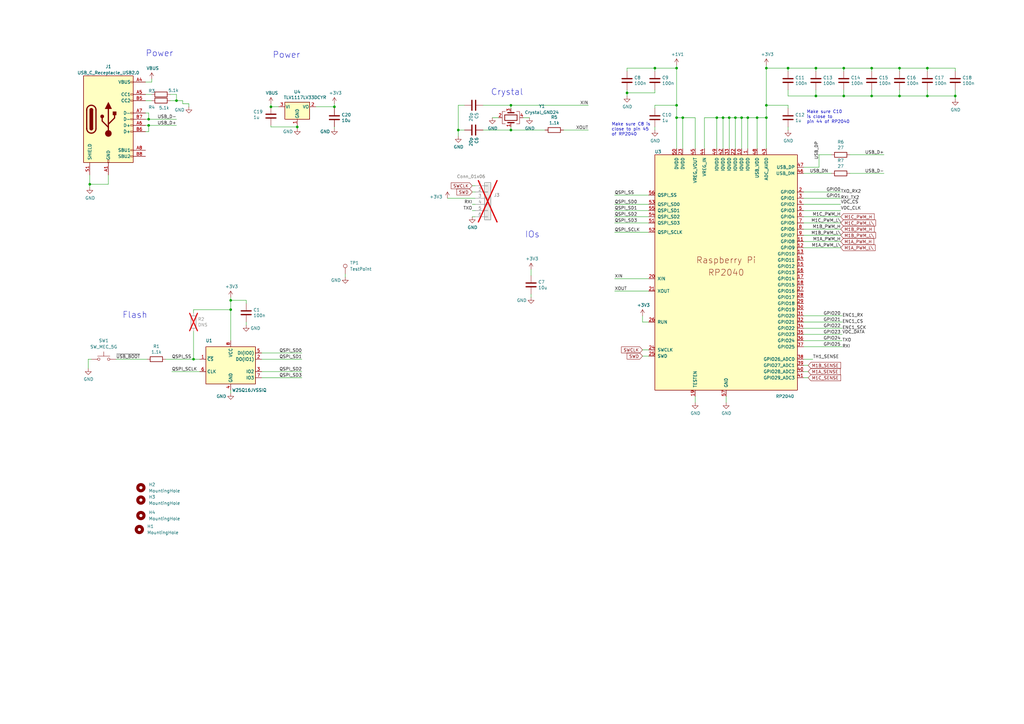
<source format=kicad_sch>
(kicad_sch (version 20230121) (generator eeschema)
  (paper "A3")
  (title_block (title "RP2040 Motor Controller") (date "2022-6-1") (rev "REV1") (company "Twisted Fields LLC") (comment 1 "(license roughly means, share, modify, etc, but do not sue us)") (comment 2 "LICENSE: CERN-OHL-P"))
  (lib_symbols
    (symbol "Connector:TestPoint" (pin_numbers hide) (pin_names (offset 0.762) hide)
      (property "Reference" "TP" (at 0 6.858 0))
      (property "Value" "TestPoint" (at 0 5.08 0))
      (symbol "TestPoint_0_1"
        (circle (center 0 3.302) (radius 0.762))
      )
      (symbol "TestPoint_1_1"
        (pin passive line (at 0 0 90) (length 2.54) (name "1") (number "1"))
      )
    )
    (symbol "Connector:USB_C_Receptacle_USB2.0" (pin_names (offset 1.016))
      (property "Reference" "J" (at -10.16 19.05 0))
      (property "Value" "USB_C_Receptacle_USB2.0" (at 19.05 19.05 0))
      (symbol "USB_C_Receptacle_USB2.0_0_0"
        (rectangle (start -0.254 -17.78) (end 0.254 -16.764))
        (rectangle (start 10.16 -14.986) (end 9.144 -15.494))
        (rectangle (start 10.16 -12.446) (end 9.144 -12.954))
        (rectangle (start 10.16 -4.826) (end 9.144 -5.334))
        (rectangle (start 10.16 -2.286) (end 9.144 -2.794))
        (rectangle (start 10.16 0.254) (end 9.144 -0.254))
        (rectangle (start 10.16 2.794) (end 9.144 2.286))
        (rectangle (start 10.16 7.874) (end 9.144 7.366))
        (rectangle (start 10.16 10.414) (end 9.144 9.906))
        (rectangle (start 10.16 15.494) (end 9.144 14.986))
      )
      (symbol "USB_C_Receptacle_USB2.0_0_1"
        (rectangle (start -10.16 17.78) (end 10.16 -17.78) (stroke (width 0.254)) (fill (type background)))
        (arc (start -8.89 -3.81) (mid -6.985 -5.7067) (end -5.08 -3.81) (stroke (width 0.508)))
        (arc (start -7.62 -3.81) (mid -6.985 -4.4423) (end -6.35 -3.81) (stroke (width 0.254)))
        (arc (start -7.62 -3.81) (mid -6.985 -4.4423) (end -6.35 -3.81) (stroke (width 0.254)) (fill (type outline)))
        (rectangle (start -7.62 -3.81) (end -6.35 3.81) (stroke (width 0.254)) (fill (type outline)))
        (arc (start -6.35 3.81) (mid -6.985 4.4423) (end -7.62 3.81) (stroke (width 0.254)))
        (arc (start -6.35 3.81) (mid -6.985 4.4423) (end -7.62 3.81) (stroke (width 0.254)) (fill (type outline)))
        (arc (start -5.08 3.81) (mid -6.985 5.7067) (end -8.89 3.81) (stroke (width 0.508)))
        (circle (center -2.54 1.143) (radius 0.635) (stroke (width 0.254)) (fill (type outline)))
        (circle (center 0 -5.842) (radius 1.27) (fill (type outline)))
        (polyline (pts (xy -8.89 -3.81) (xy -8.89 3.81)) (stroke (width 0.508)))
        (polyline (pts (xy -5.08 3.81) (xy -5.08 -3.81)) (stroke (width 0.508)))
        (polyline (pts (xy 0 -5.842) (xy 0 4.318)) (stroke (width 0.508)))
        (polyline (pts (xy 0 -3.302) (xy -2.54 -0.762) (xy -2.54 0.508)) (stroke (width 0.508)))
        (polyline (pts (xy 0 -2.032) (xy 2.54 0.508) (xy 2.54 1.778)) (stroke (width 0.508)))
        (polyline (pts (xy -1.27 4.318) (xy 0 6.858) (xy 1.27 4.318) (xy -1.27 4.318)) (stroke (width 0.254)) (fill (type outline)))
        (rectangle (start 1.905 1.778) (end 3.175 3.048) (stroke (width 0.254)) (fill (type outline)))
      )
      (symbol "USB_C_Receptacle_USB2.0_1_1"
        (pin passive line (at 0 -22.86 90) (length 5.08) (name "GND") (number "A1"))
        (pin passive line (at 0 -22.86 90) (length 5.08) hide (name "GND") (number "A12"))
        (pin passive line (at 15.24 15.24 180) (length 5.08) (name "VBUS") (number "A4"))
        (pin bidirectional line (at 15.24 10.16 180) (length 5.08) (name "CC1") (number "A5"))
        (pin bidirectional line (at 15.24 -2.54 180) (length 5.08) (name "D+") (number "A6"))
        (pin bidirectional line (at 15.24 2.54 180) (length 5.08) (name "D-") (number "A7"))
        (pin bidirectional line (at 15.24 -12.7 180) (length 5.08) (name "SBU1") (number "A8"))
        (pin passive line (at 15.24 15.24 180) (length 5.08) hide (name "VBUS") (number "A9"))
        (pin passive line (at 0 -22.86 90) (length 5.08) hide (name "GND") (number "B1"))
        (pin passive line (at 0 -22.86 90) (length 5.08) hide (name "GND") (number "B12"))
        (pin passive line (at 15.24 15.24 180) (length 5.08) hide (name "VBUS") (number "B4"))
        (pin bidirectional line (at 15.24 7.62 180) (length 5.08) (name "CC2") (number "B5"))
        (pin bidirectional line (at 15.24 -5.08 180) (length 5.08) (name "D+") (number "B6"))
        (pin bidirectional line (at 15.24 0 180) (length 5.08) (name "D-") (number "B7"))
        (pin bidirectional line (at 15.24 -15.24 180) (length 5.08) (name "SBU2") (number "B8"))
        (pin passive line (at 15.24 15.24 180) (length 5.08) hide (name "VBUS") (number "B9"))
        (pin passive line (at -7.62 -22.86 90) (length 5.08) (name "SHIELD") (number "S1"))
      )
    )
    (symbol "Connector_Generic:Conn_01x06" (pin_names (offset 1.016) hide)
      (property "Reference" "J" (at 0 7.62 0))
      (property "Value" "Conn_01x06" (at 0 -10.16 0))
      (symbol "Conn_01x06_1_1"
        (rectangle (start -1.27 -7.493) (end 0 -7.747) (stroke (width 0.1524)))
        (rectangle (start -1.27 -4.953) (end 0 -5.207) (stroke (width 0.1524)))
        (rectangle (start -1.27 -2.413) (end 0 -2.667) (stroke (width 0.1524)))
        (rectangle (start -1.27 0.127) (end 0 -0.127) (stroke (width 0.1524)))
        (rectangle (start -1.27 2.667) (end 0 2.413) (stroke (width 0.1524)))
        (rectangle (start -1.27 5.207) (end 0 4.953) (stroke (width 0.1524)))
        (rectangle (start -1.27 6.35) (end 1.27 -8.89) (stroke (width 0.254)) (fill (type background)))
        (pin passive line (at -5.08 5.08 0) (length 3.81) (name "Pin_1") (number "1"))
        (pin passive line (at -5.08 2.54 0) (length 3.81) (name "Pin_2") (number "2"))
        (pin passive line (at -5.08 0 0) (length 3.81) (name "Pin_3") (number "3"))
        (pin passive line (at -5.08 -2.54 0) (length 3.81) (name "Pin_4") (number "4"))
        (pin passive line (at -5.08 -5.08 0) (length 3.81) (name "Pin_5") (number "5"))
        (pin passive line (at -5.08 -7.62 0) (length 3.81) (name "Pin_6") (number "6"))
      )
    )
    (symbol "Connector_Generic:Conn_02x06_Odd_Even" (pin_names (offset 1.016) hide)
      (property "Reference" "J" (at 1.27 7.62 0))
      (property "Value" "Conn_02x06_Odd_Even" (at 1.27 -10.16 0))
      (symbol "Conn_02x06_Odd_Even_1_1"
        (rectangle (start -1.27 -7.493) (end 0 -7.747) (stroke (width 0.1524)))
        (rectangle (start -1.27 -4.953) (end 0 -5.207) (stroke (width 0.1524)))
        (rectangle (start -1.27 -2.413) (end 0 -2.667) (stroke (width 0.1524)))
        (rectangle (start -1.27 0.127) (end 0 -0.127) (stroke (width 0.1524)))
        (rectangle (start -1.27 2.667) (end 0 2.413) (stroke (width 0.1524)))
        (rectangle (start -1.27 5.207) (end 0 4.953) (stroke (width 0.1524)))
        (rectangle (start -1.27 6.35) (end 3.81 -8.89) (stroke (width 0.254)) (fill (type background)))
        (rectangle (start 3.81 -7.493) (end 2.54 -7.747) (stroke (width 0.1524)))
        (rectangle (start 3.81 -4.953) (end 2.54 -5.207) (stroke (width 0.1524)))
        (rectangle (start 3.81 -2.413) (end 2.54 -2.667) (stroke (width 0.1524)))
        (rectangle (start 3.81 0.127) (end 2.54 -0.127) (stroke (width 0.1524)))
        (rectangle (start 3.81 2.667) (end 2.54 2.413) (stroke (width 0.1524)))
        (rectangle (start 3.81 5.207) (end 2.54 4.953) (stroke (width 0.1524)))
        (pin passive line (at -5.08 5.08 0) (length 3.81) (name "Pin_1") (number "1"))
        (pin passive line (at 7.62 -5.08 180) (length 3.81) (name "Pin_10") (number "10"))
        (pin passive line (at -5.08 -7.62 0) (length 3.81) (name "Pin_11") (number "11"))
        (pin passive line (at 7.62 -7.62 180) (length 3.81) (name "Pin_12") (number "12"))
        (pin passive line (at 7.62 5.08 180) (length 3.81) (name "Pin_2") (number "2"))
        (pin passive line (at -5.08 2.54 0) (length 3.81) (name "Pin_3") (number "3"))
        (pin passive line (at 7.62 2.54 180) (length 3.81) (name "Pin_4") (number "4"))
        (pin passive line (at -5.08 0 0) (length 3.81) (name "Pin_5") (number "5"))
        (pin passive line (at 7.62 0 180) (length 3.81) (name "Pin_6") (number "6"))
        (pin passive line (at -5.08 -2.54 0) (length 3.81) (name "Pin_7") (number "7"))
        (pin passive line (at 7.62 -2.54 180) (length 3.81) (name "Pin_8") (number "8"))
        (pin passive line (at -5.08 -5.08 0) (length 3.81) (name "Pin_9") (number "9"))
      )
    )
    (symbol "Device:C" (pin_numbers hide) (pin_names (offset 0.254))
      (property "Reference" "C" (at 0.635 2.54 0))
      (property "Value" "C" (at 0.635 -2.54 0))
      (symbol "C_0_1"
        (polyline (pts (xy -2.032 -0.762) (xy 2.032 -0.762)) (stroke (width 0.508)))
        (polyline (pts (xy -2.032 0.762) (xy 2.032 0.762)) (stroke (width 0.508)))
      )
      (symbol "C_1_1"
        (pin passive line (at 0 3.81 270) (length 2.794) (name "~") (number "1"))
        (pin passive line (at 0 -3.81 90) (length 2.794) (name "~") (number "2"))
      )
    )
    (symbol "Device:Crystal_GND24" (pin_names (offset 1.016) hide)
      (property "Reference" "Y" (at 3.175 5.08 0))
      (property "Value" "Crystal_GND24" (at 3.175 3.175 0))
      (symbol "Crystal_GND24_0_1"
        (rectangle (start -1.143 2.54) (end 1.143 -2.54) (stroke (width 0.3048)))
        (polyline (pts (xy -2.54 0) (xy -2.032 0)))
        (polyline (pts (xy -2.032 -1.27) (xy -2.032 1.27)) (stroke (width 0.508)))
        (polyline (pts (xy 0 -3.81) (xy 0 -3.556)))
        (polyline (pts (xy 0 3.556) (xy 0 3.81)))
        (polyline (pts (xy 2.032 -1.27) (xy 2.032 1.27)) (stroke (width 0.508)))
        (polyline (pts (xy 2.032 0) (xy 2.54 0)))
        (polyline (pts (xy -2.54 -2.286) (xy -2.54 -3.556) (xy 2.54 -3.556) (xy 2.54 -2.286)))
        (polyline (pts (xy -2.54 2.286) (xy -2.54 3.556) (xy 2.54 3.556) (xy 2.54 2.286)))
      )
      (symbol "Crystal_GND24_1_1"
        (pin passive line (at -3.81 0 0) (length 1.27) (name "1") (number "1"))
        (pin passive line (at 0 5.08 270) (length 1.27) (name "2") (number "2"))
        (pin passive line (at 3.81 0 180) (length 1.27) (name "3") (number "3"))
        (pin passive line (at 0 -5.08 90) (length 1.27) (name "4") (number "4"))
      )
    )
    (symbol "Device:R" (pin_numbers hide) (pin_names (offset 0))
      (property "Reference" "R" (at 2.032 0 90))
      (property "Value" "R" (at 0 0 90))
      (symbol "R_0_1"
        (rectangle (start -1.016 -2.54) (end 1.016 2.54) (stroke (width 0.254)))
      )
      (symbol "R_1_1"
        (pin passive line (at 0 3.81 270) (length 1.27) (name "~") (number "1"))
        (pin passive line (at 0 -3.81 90) (length 1.27) (name "~") (number "2"))
      )
    )
    (symbol "MCU_RaspberryPi_RP2040:RP2040" (pin_names (offset 1.016))
      (property "Reference" "U" (at -29.21 49.53 0))
      (property "Value" "RP2040" (at 24.13 -49.53 0))
      (symbol "RP2040_0_0"
        (text "Raspberry Pi" (at 0 5.08 0) (effects (font (size 2.54 2.54))))
        (text "RP2040" (at 0 0 0) (effects (font (size 2.54 2.54))))
      )
      (symbol "RP2040_0_1"
        (rectangle (start 29.21 48.26) (end -29.21 -48.26) (stroke (width 0.254)) (fill (type background)))
      )
      (symbol "RP2040_1_1"
        (pin power_in line (at 8.89 50.8 270) (length 2.54) (name "IOVDD") (number "1"))
        (pin power_in line (at 6.35 50.8 270) (length 2.54) (name "IOVDD") (number "10"))
        (pin bidirectional line (at 31.75 12.7 180) (length 2.54) (name "GPIO8") (number "11"))
        (pin bidirectional line (at 31.75 10.16 180) (length 2.54) (name "GPIO9") (number "12"))
        (pin bidirectional line (at 31.75 7.62 180) (length 2.54) (name "GPIO10") (number "13"))
        (pin bidirectional line (at 31.75 5.08 180) (length 2.54) (name "GPIO11") (number "14"))
        (pin bidirectional line (at 31.75 2.54 180) (length 2.54) (name "GPIO12") (number "15"))
        (pin bidirectional line (at 31.75 0 180) (length 2.54) (name "GPIO13") (number "16"))
        (pin bidirectional line (at 31.75 -2.54 180) (length 2.54) (name "GPIO14") (number "17"))
        (pin bidirectional line (at 31.75 -5.08 180) (length 2.54) (name "GPIO15") (number "18"))
        (pin passive line (at -12.7 -50.8 90) (length 2.54) (name "TESTEN") (number "19"))
        (pin bidirectional line (at 31.75 33.02 180) (length 2.54) (name "GPIO0") (number "2"))
        (pin input line (at -31.75 -2.54 0) (length 2.54) (name "XIN") (number "20"))
        (pin passive line (at -31.75 -7.62 0) (length 2.54) (name "XOUT") (number "21"))
        (pin power_in line (at 3.81 50.8 270) (length 2.54) (name "IOVDD") (number "22"))
        (pin power_in line (at -17.78 50.8 270) (length 2.54) (name "DVDD") (number "23"))
        (pin output line (at -31.75 -31.75 0) (length 2.54) (name "SWCLK") (number "24"))
        (pin bidirectional line (at -31.75 -34.29 0) (length 2.54) (name "SWD") (number "25"))
        (pin input line (at -31.75 -20.32 0) (length 2.54) (name "RUN") (number "26"))
        (pin bidirectional line (at 31.75 -7.62 180) (length 2.54) (name "GPIO16") (number "27"))
        (pin bidirectional line (at 31.75 -10.16 180) (length 2.54) (name "GPIO17") (number "28"))
        (pin bidirectional line (at 31.75 -12.7 180) (length 2.54) (name "GPIO18") (number "29"))
        (pin bidirectional line (at 31.75 30.48 180) (length 2.54) (name "GPIO1") (number "3"))
        (pin bidirectional line (at 31.75 -15.24 180) (length 2.54) (name "GPIO19") (number "30"))
        (pin bidirectional line (at 31.75 -17.78 180) (length 2.54) (name "GPIO20") (number "31"))
        (pin bidirectional line (at 31.75 -20.32 180) (length 2.54) (name "GPIO21") (number "32"))
        (pin power_in line (at 1.27 50.8 270) (length 2.54) (name "IOVDD") (number "33"))
        (pin bidirectional line (at 31.75 -22.86 180) (length 2.54) (name "GPIO22") (number "34"))
        (pin bidirectional line (at 31.75 -25.4 180) (length 2.54) (name "GPIO23") (number "35"))
        (pin bidirectional line (at 31.75 -27.94 180) (length 2.54) (name "GPIO24") (number "36"))
        (pin bidirectional line (at 31.75 -30.48 180) (length 2.54) (name "GPIO25") (number "37"))
        (pin bidirectional line (at 31.75 -35.56 180) (length 2.54) (name "GPIO26_ADC0") (number "38"))
        (pin bidirectional line (at 31.75 -38.1 180) (length 2.54) (name "GPIO27_ADC1") (number "39"))
        (pin bidirectional line (at 31.75 27.94 180) (length 2.54) (name "GPIO2") (number "4"))
        (pin bidirectional line (at 31.75 -40.64 180) (length 2.54) (name "GPIO28_ADC2") (number "40"))
        (pin bidirectional line (at 31.75 -43.18 180) (length 2.54) (name "GPIO29_ADC3") (number "41"))
        (pin power_in line (at -1.27 50.8 270) (length 2.54) (name "IOVDD") (number "42"))
        (pin power_in line (at 16.51 50.8 270) (length 2.54) (name "ADC_AVDD") (number "43"))
        (pin power_in line (at -8.89 50.8 270) (length 2.54) (name "VREG_IN") (number "44"))
        (pin power_out line (at -12.7 50.8 270) (length 2.54) (name "VREG_VOUT") (number "45"))
        (pin bidirectional line (at 31.75 40.64 180) (length 2.54) (name "USB_DM") (number "46"))
        (pin bidirectional line (at 31.75 43.18 180) (length 2.54) (name "USB_DP") (number "47"))
        (pin power_in line (at 12.7 50.8 270) (length 2.54) (name "USB_VDD") (number "48"))
        (pin power_in line (at -3.81 50.8 270) (length 2.54) (name "IOVDD") (number "49"))
        (pin bidirectional line (at 31.75 25.4 180) (length 2.54) (name "GPIO3") (number "5"))
        (pin power_in line (at -20.32 50.8 270) (length 2.54) (name "DVDD") (number "50"))
        (pin bidirectional line (at -31.75 20.32 0) (length 2.54) (name "QSPI_SD3") (number "51"))
        (pin output line (at -31.75 16.51 0) (length 2.54) (name "QSPI_SCLK") (number "52"))
        (pin bidirectional line (at -31.75 27.94 0) (length 2.54) (name "QSPI_SD0") (number "53"))
        (pin bidirectional line (at -31.75 22.86 0) (length 2.54) (name "QSPI_SD2") (number "54"))
        (pin bidirectional line (at -31.75 25.4 0) (length 2.54) (name "QSPI_SD1") (number "55"))
        (pin bidirectional line (at -31.75 31.75 0) (length 2.54) (name "QSPI_SS") (number "56"))
        (pin power_in line (at 0 -50.8 90) (length 2.54) (name "GND") (number "57"))
        (pin bidirectional line (at 31.75 22.86 180) (length 2.54) (name "GPIO4") (number "6"))
        (pin bidirectional line (at 31.75 20.32 180) (length 2.54) (name "GPIO5") (number "7"))
        (pin bidirectional line (at 31.75 17.78 180) (length 2.54) (name "GPIO6") (number "8"))
        (pin bidirectional line (at 31.75 15.24 180) (length 2.54) (name "GPIO7") (number "9"))
      )
    )
    (symbol "Mechanical:MountingHole" (pin_names (offset 1.016))
      (property "Reference" "H" (at 0 5.08 0))
      (property "Value" "MountingHole" (at 0 3.175 0))
      (symbol "MountingHole_0_1"
        (circle (center 0 0) (radius 1.27) (stroke (width 1.27)))
      )
    )
    (symbol "Memory_Flash:W25Q128JVS"
      (property "Reference" "U" (at -8.89 8.89 0))
      (property "Value" "W25Q128JVS" (at 7.62 8.89 0))
      (symbol "W25Q128JVS_0_1"
        (rectangle (start -10.16 7.62) (end 10.16 -7.62) (stroke (width 0.254)) (fill (type background)))
      )
      (symbol "W25Q128JVS_1_1"
        (pin input line (at -12.7 2.54 0) (length 2.54) (name "~{CS}") (number "1"))
        (pin bidirectional line (at 12.7 2.54 180) (length 2.54) (name "DO(IO1)") (number "2"))
        (pin bidirectional line (at 12.7 -2.54 180) (length 2.54) (name "IO2") (number "3"))
        (pin power_in line (at 0 -10.16 90) (length 2.54) (name "GND") (number "4"))
        (pin bidirectional line (at 12.7 5.08 180) (length 2.54) (name "DI(IO0)") (number "5"))
        (pin input line (at -12.7 -2.54 0) (length 2.54) (name "CLK") (number "6"))
        (pin bidirectional line (at 12.7 -5.08 180) (length 2.54) (name "IO3") (number "7"))
        (pin power_in line (at 0 10.16 270) (length 2.54) (name "VCC") (number "8"))
      )
    )
    (symbol "MotorBuck:VMOT" (power) (pin_names (offset 0))
      (property "Value" "VMOT" (at 0 3.556 0))
      (symbol "VMOT_0_1"
        (polyline (pts (xy -0.762 1.27) (xy 0 2.54)))
        (polyline (pts (xy 0 0) (xy 0 2.54)))
        (polyline (pts (xy 0 2.54) (xy 0.762 1.27)))
      )
      (symbol "VMOT_1_1"
        (pin power_in line (at 0 0 90) (length 0) hide (name "VMOT") (number "1"))
      )
    )
    (symbol "Regulator_Linear:NCP1117-3.3_SOT223" (pin_names (offset 0.254))
      (property "Reference" "U" (at -3.81 3.175 0))
      (property "Value" "NCP1117-3.3_SOT223" (at 0 3.175 0))
      (symbol "NCP1117-3.3_SOT223_0_1"
        (rectangle (start -5.08 -5.08) (end 5.08 1.905) (stroke (width 0.254)) (fill (type background)))
      )
      (symbol "NCP1117-3.3_SOT223_1_1"
        (pin power_in line (at 0 -7.62 90) (length 2.54) (name "GND") (number "1"))
        (pin power_out line (at 7.62 0 180) (length 2.54) (name "VO") (number "2"))
        (pin power_in line (at -7.62 0 0) (length 2.54) (name "VI") (number "3"))
      )
    )
    (symbol "Switch:SW_Push" (pin_numbers hide) (pin_names (offset 1.016) hide)
      (property "Reference" "SW" (at 1.27 2.54 0))
      (property "Value" "SW_Push" (at 0 -1.524 0))
      (symbol "SW_Push_0_1"
        (circle (center -2.032 0) (radius 0.508))
        (polyline (pts (xy 0 1.27) (xy 0 3.048)))
        (polyline (pts (xy 2.54 1.27) (xy -2.54 1.27)))
        (circle (center 2.032 0) (radius 0.508))
        (pin passive line (at -5.08 0 0) (length 2.54) (name "1") (number "1"))
        (pin passive line (at 5.08 0 180) (length 2.54) (name "2") (number "2"))
      )
    )
    (symbol "power:+12V" (power) (pin_names (offset 0))
      (property "Value" "+12V" (at 0 3.556 0))
      (symbol "+12V_0_1"
        (polyline (pts (xy -0.762 1.27) (xy 0 2.54)))
        (polyline (pts (xy 0 0) (xy 0 2.54)))
        (polyline (pts (xy 0 2.54) (xy 0.762 1.27)))
      )
      (symbol "+12V_1_1"
        (pin power_in line (at 0 0 90) (length 0) hide (name "+12V") (number "1"))
      )
    )
    (symbol "power:+1V1" (power) (pin_names (offset 0))
      (property "Value" "+1V1" (at 0 3.556 0))
      (symbol "+1V1_0_1"
        (polyline (pts (xy -0.762 1.27) (xy 0 2.54)))
        (polyline (pts (xy 0 0) (xy 0 2.54)))
        (polyline (pts (xy 0 2.54) (xy 0.762 1.27)))
      )
      (symbol "+1V1_1_1"
        (pin power_in line (at 0 0 90) (length 0) hide (name "+1V1") (number "1"))
      )
    )
    (symbol "power:+3V3" (power) (pin_names (offset 0))
      (property "Value" "+3V3" (at 0 3.556 0))
      (symbol "+3V3_0_1"
        (polyline (pts (xy -0.762 1.27) (xy 0 2.54)))
        (polyline (pts (xy 0 0) (xy 0 2.54)))
        (polyline (pts (xy 0 2.54) (xy 0.762 1.27)))
      )
      (symbol "+3V3_1_1"
        (pin power_in line (at 0 0 90) (length 0) hide (name "+3V3") (number "1"))
      )
    )
    (symbol "power:GND" (power) (pin_names (offset 0))
      (property "Value" "GND" (at 0 -3.81 0))
      (symbol "GND_0_1"
        (polyline (pts (xy 0 0) (xy 0 -1.27) (xy 1.27 -1.27) (xy 0 -2.54) (xy -1.27 -1.27) (xy 0 -1.27)))
      )
      (symbol "GND_1_1"
        (pin power_in line (at 0 0 270) (length 0) hide (name "GND") (number "1"))
      )
    )
    (symbol "power:VBUS" (power) (pin_names (offset 0))
      (property "Value" "VBUS" (at 0 3.81 0))
      (symbol "VBUS_0_1"
        (polyline (pts (xy -0.762 1.27) (xy 0 2.54)))
        (polyline (pts (xy 0 0) (xy 0 2.54)))
        (polyline (pts (xy 0 2.54) (xy 0.762 1.27)))
      )
      (symbol "VBUS_1_1"
        (pin power_in line (at 0 0 90) (length 0) hide (name "VBUS") (number "1"))
      )
    )
  )
  (junction (at 257.175 38.1))
  (junction (at 334.645 27.94))
  (junction (at 368.935 39.37))
  (junction (at 346.075 27.94))
  (junction (at 346.075 39.37))
  (junction (at 36.83 75.565))
  (junction (at 478.79 74.93))
  (junction (at 94.615 123.19))
  (junction (at 294.005 48.26))
  (junction (at 60.96 51.435))
  (junction (at 306.705 48.26))
  (junction (at 518.16 74.93))
  (junction (at 334.645 39.37))
  (junction (at 277.495 43.18))
  (junction (at 301.625 48.26))
  (junction (at 357.505 27.94))
  (junction (at 391.795 39.37))
  (junction (at 209.55 43.18))
  (junction (at 304.165 48.26))
  (junction (at 121.92 52.07))
  (junction (at 314.325 27.94))
  (junction (at 209.55 53.34))
  (junction (at 314.325 43.18))
  (junction (at 268.605 27.94))
  (junction (at 296.545 48.26))
  (junction (at 380.365 39.37))
  (junction (at 111.125 43.815))
  (junction (at 137.16 43.815))
  (junction (at 277.495 48.26))
  (junction (at 310.515 48.26))
  (junction (at 277.495 27.94))
  (junction (at 299.085 48.26))
  (junction (at 314.325 48.26))
  (junction (at 79.375 147.32))
  (junction (at 357.505 39.37))
  (junction (at 187.96 53.34))
  (junction (at 368.935 27.94))
  (junction (at 60.96 48.895))
  (junction (at 380.365 27.94))
  (junction (at 280.035 48.26))
  (junction (at 94.615 127))
  (junction (at 323.215 27.94))
  (junction (at 72.39 41.275))
  (wire (pts (xy 36.195 147.32) (xy 36.195 151.13)))
  (wire (pts (xy 277.495 27.94) (xy 277.495 43.18)))
  (wire (pts (xy 252.095 86.36) (xy 266.065 86.36)))
  (wire (pts (xy 121.92 51.435) (xy 121.92 52.07)))
  (wire (pts (xy 334.645 27.94) (xy 346.075 27.94)))
  (wire (pts (xy 268.605 44.45) (xy 268.605 43.18)))
  (wire (pts (xy 348.615 63.5) (xy 362.585 63.5)))
  (wire (pts (xy 60.96 48.895) (xy 72.39 48.895)))
  (wire (pts (xy 285.115 48.26) (xy 280.035 48.26)))
  (wire (pts (xy 331.47 152.4) (xy 329.565 152.4)))
  (wire (pts (xy 62.23 32.385) (xy 62.23 33.655)))
  (wire (pts (xy 368.935 39.37) (xy 357.505 39.37)))
  (wire (pts (xy 310.515 60.96) (xy 310.515 48.26)))
  (wire (pts (xy 329.565 91.44) (xy 344.805 91.44)))
  (wire (pts (xy 329.565 93.98) (xy 344.805 93.98)))
  (wire (pts (xy 323.215 52.07) (xy 323.215 53.34)))
  (wire (pts (xy 79.375 147.32) (xy 81.915 147.32)))
  (wire (pts (xy 36.195 147.32) (xy 37.465 147.32)))
  (wire (pts (xy 346.075 39.37) (xy 334.645 39.37)))
  (wire (pts (xy 209.55 44.45) (xy 209.55 43.18)))
  (wire (pts (xy 252.095 88.9) (xy 266.065 88.9)))
  (wire (pts (xy 44.45 71.755) (xy 44.45 75.565)))
  (wire (pts (xy 329.565 99.06) (xy 344.805 99.06)))
  (wire (pts (xy 329.565 129.54) (xy 345.44 129.54)))
  (wire (pts (xy 518.16 71.755) (xy 518.16 74.93)))
  (wire (pts (xy 137.16 52.07) (xy 137.16 52.705)))
  (wire (pts (xy 36.83 75.565) (xy 44.45 75.565)))
  (wire (pts (xy 368.935 27.94) (xy 380.365 27.94)))
  (wire (pts (xy 464.82 85.09) (xy 466.09 85.09)))
  (wire (pts (xy 67.945 147.32) (xy 79.375 147.32)))
  (wire (pts (xy 59.69 46.355) (xy 60.96 46.355)))
  (wire (pts (xy 329.565 71.12) (xy 340.995 71.12)))
  (wire (pts (xy 391.795 36.83) (xy 391.795 39.37)))
  (wire (pts (xy 107.315 147.32) (xy 123.825 147.32)))
  (wire (pts (xy 329.565 142.24) (xy 345.44 142.24)))
  (wire (pts (xy 357.505 29.21) (xy 357.505 27.94)))
  (wire (pts (xy 280.035 48.26) (xy 277.495 48.26)))
  (wire (pts (xy 314.325 43.18) (xy 323.215 43.18)))
  (wire (pts (xy 304.165 48.26) (xy 306.705 48.26)))
  (wire (pts (xy 299.085 60.96) (xy 299.085 48.26)))
  (wire (pts (xy 214.63 48.26) (xy 217.17 48.26)))
  (wire (pts (xy 79.375 128.27) (xy 79.375 127)))
  (wire (pts (xy 331.47 149.86) (xy 329.565 149.86)))
  (wire (pts (xy 306.705 48.26) (xy 306.705 60.96)))
  (wire (pts (xy 36.83 75.565) (xy 36.83 76.835)))
  (wire (pts (xy 60.325 147.32) (xy 47.625 147.32)))
  (wire (pts (xy 513.715 79.375) (xy 513.715 80.01)))
  (wire (pts (xy 201.93 48.26) (xy 204.47 48.26)))
  (wire (pts (xy 263.525 129.54) (xy 263.525 132.08)))
  (wire (pts (xy 346.075 36.83) (xy 346.075 39.37)))
  (wire (pts (xy 252.095 91.44) (xy 266.065 91.44)))
  (wire (pts (xy 391.795 39.37) (xy 391.795 40.64)))
  (wire (pts (xy 368.935 36.83) (xy 368.935 39.37)))
  (wire (pts (xy 334.645 39.37) (xy 323.215 39.37)))
  (wire (pts (xy 209.55 53.34) (xy 223.52 53.34)))
  (wire (pts (xy 515.62 71.755) (xy 518.16 71.755)))
  (wire (pts (xy 301.625 48.26) (xy 304.165 48.26)))
  (wire (pts (xy 266.065 95.25) (xy 252.095 95.25)))
  (wire (pts (xy 310.515 48.26) (xy 314.325 48.26)))
  (wire (pts (xy 296.545 60.96) (xy 296.545 48.26)))
  (wire (pts (xy 515.62 71.755) (xy 515.62 72.39)))
  (wire (pts (xy 466.09 74.93) (xy 462.915 74.93)))
  (wire (pts (xy 323.215 36.83) (xy 323.215 39.37)))
  (wire (pts (xy 72.39 38.735) (xy 72.39 41.275)))
  (wire (pts (xy 266.065 80.01) (xy 252.095 80.01)))
  (wire (pts (xy 329.565 81.28) (xy 344.805 81.28)))
  (wire (pts (xy 59.69 38.735) (xy 62.23 38.735)))
  (wire (pts (xy 193.675 78.74) (xy 194.945 78.74)))
  (wire (pts (xy 268.605 29.21) (xy 268.605 27.94)))
  (wire (pts (xy 79.375 127) (xy 94.615 127)))
  (wire (pts (xy 79.375 135.89) (xy 79.375 147.32)))
  (wire (pts (xy 141.605 112.395) (xy 141.605 113.665)))
  (wire (pts (xy 193.675 83.82) (xy 194.945 83.82)))
  (wire (pts (xy 314.325 27.94) (xy 323.215 27.94)))
  (wire (pts (xy 60.96 51.435) (xy 72.39 51.435)))
  (wire (pts (xy 323.215 27.94) (xy 334.645 27.94)))
  (wire (pts (xy 107.315 144.78) (xy 123.825 144.78)))
  (wire (pts (xy 74.93 42.545) (xy 77.47 42.545)))
  (wire (pts (xy 74.93 41.275) (xy 74.93 42.545)))
  (wire (pts (xy 323.215 29.21) (xy 323.215 27.94)))
  (wire (pts (xy 280.035 60.96) (xy 280.035 48.26)))
  (wire (pts (xy 334.645 36.83) (xy 334.645 39.37)))
  (wire (pts (xy 231.14 53.34) (xy 241.3 53.34)))
  (wire (pts (xy 323.215 44.45) (xy 323.215 43.18)))
  (wire (pts (xy 391.795 29.21) (xy 391.795 27.94)))
  (wire (pts (xy 137.16 43.815) (xy 137.16 42.545)))
  (wire (pts (xy 380.365 29.21) (xy 380.365 27.94)))
  (wire (pts (xy 329.565 68.58) (xy 335.915 68.58)))
  (wire (pts (xy 504.19 84.455) (xy 504.19 85.09)))
  (wire (pts (xy 59.69 53.975) (xy 60.96 53.975)))
  (wire (pts (xy 129.54 43.815) (xy 137.16 43.815)))
  (wire (pts (xy 333.375 147.32) (xy 329.565 147.32)))
  (wire (pts (xy 335.915 63.5) (xy 340.995 63.5)))
  (wire (pts (xy 513.715 80.01) (xy 518.16 80.01)))
  (wire (pts (xy 464.82 80.01) (xy 466.09 80.01)))
  (wire (pts (xy 70.485 152.4) (xy 81.915 152.4)))
  (wire (pts (xy 480.06 80.01) (xy 478.79 80.01)))
  (wire (pts (xy 252.095 114.3) (xy 266.065 114.3)))
  (wire (pts (xy 111.125 52.07) (xy 121.92 52.07)))
  (wire (pts (xy 137.16 44.45) (xy 137.16 43.815)))
  (wire (pts (xy 257.175 29.21) (xy 257.175 27.94)))
  (wire (pts (xy 478.79 73.025) (xy 478.79 74.93)))
  (wire (pts (xy 314.325 27.94) (xy 314.325 43.18)))
  (wire (pts (xy 59.69 48.895) (xy 60.96 48.895)))
  (wire (pts (xy 111.125 43.815) (xy 111.125 42.545)))
  (wire (pts (xy 329.565 134.62) (xy 345.44 134.62)))
  (wire (pts (xy 217.805 110.49) (xy 217.805 113.03)))
  (wire (pts (xy 198.12 43.18) (xy 209.55 43.18)))
  (wire (pts (xy 464.82 77.47) (xy 466.09 77.47)))
  (wire (pts (xy 277.495 26.67) (xy 277.495 27.94)))
  (wire (pts (xy 59.69 33.655) (xy 62.23 33.655)))
  (wire (pts (xy 518.16 74.93) (xy 518.16 77.47)))
  (wire (pts (xy 252.095 83.82) (xy 266.065 83.82)))
  (wire (pts (xy 94.615 123.19) (xy 94.615 127)))
  (wire (pts (xy 533.4 87.63) (xy 530.86 87.63)))
  (wire (pts (xy 329.565 139.7) (xy 345.44 139.7)))
  (wire (pts (xy 266.065 132.08) (xy 263.525 132.08)))
  (wire (pts (xy 480.06 87.63) (xy 478.79 87.63)))
  (wire (pts (xy 277.495 48.26) (xy 277.495 60.96)))
  (wire (pts (xy 100.965 123.19) (xy 94.615 123.19)))
  (wire (pts (xy 285.115 162.56) (xy 285.115 165.1)))
  (wire (pts (xy 504.19 85.09) (xy 518.16 85.09)))
  (wire (pts (xy 107.315 152.4) (xy 123.825 152.4)))
  (wire (pts (xy 329.565 137.16) (xy 345.44 137.16)))
  (wire (pts (xy 464.82 87.63) (xy 466.09 87.63)))
  (wire (pts (xy 294.005 48.26) (xy 296.545 48.26)))
  (wire (pts (xy 277.495 43.18) (xy 277.495 48.26)))
  (wire (pts (xy 346.075 29.21) (xy 346.075 27.94)))
  (wire (pts (xy 380.365 27.94) (xy 391.795 27.94)))
  (wire (pts (xy 111.125 51.435) (xy 111.125 52.07)))
  (wire (pts (xy 294.005 60.96) (xy 294.005 48.26)))
  (wire (pts (xy 532.13 77.47) (xy 530.86 77.47)))
  (wire (pts (xy 217.805 120.65) (xy 217.805 121.92)))
  (wire (pts (xy 357.505 36.83) (xy 357.505 39.37)))
  (wire (pts (xy 59.69 51.435) (xy 60.96 51.435)))
  (wire (pts (xy 209.55 43.18) (xy 241.3 43.18)))
  (wire (pts (xy 480.06 82.55) (xy 478.79 82.55)))
  (wire (pts (xy 114.3 43.815) (xy 111.125 43.815)))
  (wire (pts (xy 299.085 48.26) (xy 301.625 48.26)))
  (wire (pts (xy 121.92 52.07) (xy 121.92 52.705)))
  (wire (pts (xy 348.615 71.12) (xy 362.585 71.12)))
  (wire (pts (xy 357.505 39.37) (xy 346.075 39.37)))
  (wire (pts (xy 314.325 48.26) (xy 314.325 60.96)))
  (wire (pts (xy 306.705 48.26) (xy 310.515 48.26)))
  (wire (pts (xy 296.545 48.26) (xy 299.085 48.26)))
  (wire (pts (xy 532.13 74.93) (xy 530.86 74.93)))
  (wire (pts (xy 480.06 85.09) (xy 478.79 85.09)))
  (wire (pts (xy 380.365 39.37) (xy 391.795 39.37)))
  (wire (pts (xy 329.565 83.82) (xy 344.805 83.82)))
  (wire (pts (xy 288.925 60.96) (xy 288.925 48.26)))
  (wire (pts (xy 100.965 132.08) (xy 100.965 133.35)))
  (wire (pts (xy 335.915 63.5) (xy 335.915 68.58)))
  (wire (pts (xy 329.565 132.08) (xy 345.44 132.08)))
  (wire (pts (xy 60.96 53.975) (xy 60.96 51.435)))
  (wire (pts (xy 357.505 27.94) (xy 368.935 27.94)))
  (wire (pts (xy 190.5 53.34) (xy 187.96 53.34)))
  (wire (pts (xy 329.565 96.52) (xy 344.805 96.52)))
  (wire (pts (xy 59.69 41.275) (xy 62.23 41.275)))
  (wire (pts (xy 266.065 119.38) (xy 252.095 119.38)))
  (wire (pts (xy 69.85 41.275) (xy 72.39 41.275)))
  (wire (pts (xy 193.675 86.36) (xy 194.945 86.36)))
  (wire (pts (xy 107.315 154.94) (xy 123.825 154.94)))
  (wire (pts (xy 268.605 52.07) (xy 268.605 53.34)))
  (wire (pts (xy 187.96 53.34) (xy 187.96 55.88)))
  (wire (pts (xy 69.85 38.735) (xy 72.39 38.735)))
  (wire (pts (xy 314.325 26.67) (xy 314.325 27.94)))
  (wire (pts (xy 257.175 27.94) (xy 268.605 27.94)))
  (wire (pts (xy 257.175 38.1) (xy 268.605 38.1)))
  (wire (pts (xy 285.115 60.96) (xy 285.115 48.26)))
  (wire (pts (xy 464.82 82.55) (xy 466.09 82.55)))
  (wire (pts (xy 77.47 42.545) (xy 77.47 43.815)))
  (wire (pts (xy 301.625 60.96) (xy 301.625 48.26)))
  (wire (pts (xy 304.165 60.96) (xy 304.165 48.26)))
  (wire (pts (xy 334.645 29.21) (xy 334.645 27.94)))
  (wire (pts (xy 94.615 160.02) (xy 94.615 161.29)))
  (wire (pts (xy 329.565 88.9) (xy 344.805 88.9)))
  (wire (pts (xy 72.39 41.275) (xy 74.93 41.275)))
  (wire (pts (xy 183.515 81.28) (xy 194.945 81.28)))
  (wire (pts (xy 187.96 43.18) (xy 187.96 53.34)))
  (wire (pts (xy 190.5 43.18) (xy 187.96 43.18)))
  (wire (pts (xy 346.075 27.94) (xy 357.505 27.94)))
  (wire (pts (xy 268.605 38.1) (xy 268.605 36.83)))
  (wire (pts (xy 380.365 39.37) (xy 368.935 39.37)))
  (wire (pts (xy 193.675 76.2) (xy 194.945 76.2)))
  (wire (pts (xy 329.565 78.74) (xy 344.805 78.74)))
  (wire (pts (xy 314.325 43.18) (xy 314.325 48.26)))
  (wire (pts (xy 478.79 74.93) (xy 478.79 77.47)))
  (wire (pts (xy 36.83 71.755) (xy 36.83 75.565)))
  (wire (pts (xy 257.175 36.83) (xy 257.175 38.1)))
  (wire (pts (xy 368.935 29.21) (xy 368.935 27.94)))
  (wire (pts (xy 193.675 88.9) (xy 194.945 88.9)))
  (wire (pts (xy 263.525 143.51) (xy 266.065 143.51)))
  (wire (pts (xy 263.525 146.05) (xy 266.065 146.05)))
  (wire (pts (xy 533.4 85.09) (xy 530.86 85.09)))
  (wire (pts (xy 268.605 43.18) (xy 277.495 43.18)))
  (wire (pts (xy 380.365 36.83) (xy 380.365 39.37)))
  (wire (pts (xy 481.33 73.025) (xy 481.33 73.66)))
  (wire (pts (xy 60.96 46.355) (xy 60.96 48.895)))
  (wire (pts (xy 198.12 53.34) (xy 209.55 53.34)))
  (wire (pts (xy 329.565 86.36) (xy 344.805 86.36)))
  (wire (pts (xy 288.925 48.26) (xy 294.005 48.26)))
  (wire (pts (xy 481.33 73.025) (xy 478.79 73.025)))
  (wire (pts (xy 94.615 121.92) (xy 94.615 123.19)))
  (wire (pts (xy 331.47 154.94) (xy 329.565 154.94)))
  (wire (pts (xy 297.815 162.56) (xy 297.815 165.1)))
  (wire (pts (xy 532.13 82.55) (xy 530.86 82.55)))
  (wire (pts (xy 94.615 127) (xy 94.615 139.7)))
  (wire (pts (xy 532.13 80.01) (xy 530.86 80.01)))
  (wire (pts (xy 100.965 124.46) (xy 100.965 123.19)))
  (wire (pts (xy 329.565 101.6) (xy 344.805 101.6)))
  (wire (pts (xy 257.175 38.1) (xy 257.175 39.37)))
  (wire (pts (xy 268.605 27.94) (xy 277.495 27.94)))
  (wire (pts (xy 209.55 52.07) (xy 209.55 53.34)))
  (text "Make sure C8 is\nclose to pin 45\nof RP2040" (at 250.825 55.88 0) (effects (font (size 1.27 1.27)) (justify left bottom)))
  (text "Power" (at 59.69 23.495 0) (effects (font (size 2.54 2.54)) (justify left bottom)))
  (text "Crystal" (at 201.295 39.37 0) (effects (font (size 2.54 2.54)) (justify left bottom)))
  (text "IOs" (at 215.265 97.79 0) (effects (font (size 2.54 2.54)) (justify left bottom)))
  (text "Make sure C10\nis close to\npin 44 of RP2040" (at 330.835 50.8 0) (effects (font (size 1.27 1.27)) (justify left bottom)))
  (text "Power" (at 111.76 24.13 0) (effects (font (size 2.54 2.54)) (justify left bottom)))
  (text "Flash" (at 50.165 130.81 0) (effects (font (size 2.54 2.54)) (justify left bottom)))
  (label "GPIO0" (at 344.805 78.74 180))
  (label "USB_D+" (at 72.39 51.435 180))
  (label "GPIO1" (at 344.805 81.28 180))
  (label "RXI" (at 345.44 142.24 0))
  (label "QSPI_SCLK" (at 252.095 95.25 0))
  (label "M1B_P" (at 464.82 82.55 180))
  (label "M1A_PWM_H" (at 344.805 99.06 180))
  (label "ENC1_RX" (at 345.44 129.54 0))
  (label "USB_D+" (at 362.585 63.5 180))
  (label "GPIO22" (at 344.805 134.62 180))
  (label "XIN" (at 241.3 43.18 180))
  (label "QSPI_SD1" (at 252.095 86.36 0))
  (label "TH1_SENSE" (at 518.16 82.55 180))
  (label "TH_MOTOR1" (at 532.13 74.93 0))
  (label "USB_DP" (at 335.915 65.405 90))
  (label "QSPI_SS" (at 252.095 80.01 0))
  (label "QSPI_SD1" (at 123.825 147.32 180))
  (label "TXO_RX2" (at 344.805 78.74 0))
  (label "M1B_PWM_L\\" (at 344.805 96.52 180))
  (label "M1C_P" (at 533.4 87.63 0))
  (label "VDC_DATA" (at 345.44 137.16 0))
  (label "USB_D-" (at 362.585 71.12 180))
  (label "XOUT" (at 252.095 119.38 0))
  (label "VDC_CS" (at 344.805 83.82 0))
  (label "TXO" (at 193.675 86.36 180))
  (label "M1B_PWM_H" (at 344.805 93.98 180))
  (label "QSPI_SD3" (at 252.095 91.44 0))
  (label "ENC1_CS" (at 345.44 132.08 0))
  (label "GPIO20" (at 344.805 129.54 180))
  (label "TXO" (at 345.44 139.7 0))
  (label "QSPI_SD2" (at 123.825 152.4 180))
  (label "XIN" (at 252.095 114.3 0))
  (label "RXI_TX2" (at 344.805 81.28 0))
  (label "GPIO25" (at 344.805 142.24 180))
  (label "TH1_SENSE" (at 333.375 147.32 0))
  (label "M1C_PWM_H" (at 344.805 88.9 180))
  (label "XOUT" (at 241.3 53.34 180))
  (label "GPIO23" (at 344.805 137.16 180))
  (label "ENC1_SCK" (at 345.44 134.62 0))
  (label "M1C_PWM_L\\" (at 344.805 91.44 180))
  (label "GPIO24" (at 344.805 139.7 180))
  (label "QSPI_SCLK" (at 70.485 152.4 0))
  (label "QSPI_SD2" (at 252.095 88.9 0))
  (label "QSPI_SS" (at 70.485 147.32 0))
  (label "QSPI_SD0" (at 123.825 144.78 180))
  (label "ENC1_RX" (at 532.13 77.47 0))
  (label "ENC1_SCK" (at 464.82 77.47 180))
  (label "QSPI_SD0" (at 252.095 83.82 0))
  (label "USB_D-" (at 72.39 48.895 180))
  (label "~{USB_BOOT}" (at 47.625 147.32 0))
  (label "M1A_PWM_L\\" (at 344.805 101.6 180))
  (label "RXI" (at 193.675 83.82 180))
  (label "USB_DN" (at 332.105 71.12 0))
  (label "M1A_P" (at 480.06 80.01 0))
  (label "ENC1_CS" (at 464.82 80.01 180))
  (label "VDC_CLK" (at 344.805 86.36 0))
  (label "QSPI_SD3" (at 123.825 154.94 180))
  (label "GPIO21" (at 344.805 132.08 180))
  (global_label "M1A_PWM_L\\" (shape input) (at 344.805 101.6 0) (property "Intersheetrefs" "${INTERSHEET_REFS}" (effects hide)))
  (global_label "M1A_PWM_H" (shape input) (at 344.805 99.06 0) (property "Intersheetrefs" "${INTERSHEET_REFS}" (effects hide)))
  (global_label "M1C_PWM_H" (shape input) (at 533.4 85.09 0) (property "Intersheetrefs" "${INTERSHEET_REFS}" (effects hide)))
  (global_label "M1A_SENSE" (shape input) (at 331.47 152.4 0) (property "Intersheetrefs" "${INTERSHEET_REFS}" (effects hide)))
  (global_label "SWCLK" (shape input) (at 263.525 143.51 180) (property "Intersheetrefs" "${INTERSHEET_REFS}" (effects hide)))
  (global_label "M1A_SENSE" (shape input) (at 464.82 87.63 180) (property "Intersheetrefs" "${INTERSHEET_REFS}" (effects hide)))
  (global_label "SWCLK" (shape input) (at 193.675 76.2 180) (property "Intersheetrefs" "${INTERSHEET_REFS}" (effects hide)))
  (global_label "M1C_PWM_H" (shape input) (at 344.805 88.9 0) (property "Intersheetrefs" "${INTERSHEET_REFS}" (effects hide)))
  (global_label "M1B_SENSE" (shape input) (at 331.47 149.86 0) (property "Intersheetrefs" "${INTERSHEET_REFS}" (effects hide)))
  (global_label "M1A_PWM_L\\" (shape input) (at 480.06 85.09 0) (property "Intersheetrefs" "${INTERSHEET_REFS}" (effects hide)))
  (global_label "M1B_PWM_H" (shape input) (at 344.805 93.98 0) (property "Intersheetrefs" "${INTERSHEET_REFS}" (effects hide)))
  (global_label "SWD" (shape input) (at 193.675 78.74 180) (property "Intersheetrefs" "${INTERSHEET_REFS}" (effects hide)))
  (global_label "M1B_PWM_H" (shape input) (at 480.06 87.63 0) (property "Intersheetrefs" "${INTERSHEET_REFS}" (effects hide)))
  (global_label "M1C_SENSE" (shape input) (at 518.16 87.63 180) (property "Intersheetrefs" "${INTERSHEET_REFS}" (effects hide)))
  (global_label "M1A_PWM_H" (shape input) (at 480.06 82.55 0) (property "Intersheetrefs" "${INTERSHEET_REFS}" (effects hide)))
  (global_label "M1C_PWM_L\\" (shape input) (at 344.805 91.44 0) (property "Intersheetrefs" "${INTERSHEET_REFS}" (effects hide)))
  (global_label "SWD" (shape input) (at 263.525 146.05 180) (property "Intersheetrefs" "${INTERSHEET_REFS}" (effects hide)))
  (global_label "M1C_PWM_L\\" (shape input) (at 532.13 82.55 0) (property "Intersheetrefs" "${INTERSHEET_REFS}" (effects hide)))
  (global_label "M1B_PWM_L\\" (shape input) (at 464.82 85.09 180) (property "Intersheetrefs" "${INTERSHEET_REFS}" (effects hide)))
  (global_label "M1B_PWM_L\\" (shape input) (at 344.805 96.52 0) (property "Intersheetrefs" "${INTERSHEET_REFS}" (effects hide)))
  (global_label "M1B_SENSE" (shape input) (at 532.13 80.01 0) (property "Intersheetrefs" "${INTERSHEET_REFS}" (effects hide)))
  (global_label "M1C_SENSE" (shape input) (at 331.47 154.94 0) (property "Intersheetrefs" "${INTERSHEET_REFS}" (effects hide)))
  (symbol (lib_id "Device:C") (at 391.795 33.02 0) (unit 1)
    (property "Reference" "C18" (at 394.716 31.8516 0) (effects (justify left)))
    (property "Value" "100n" (at 394.716 34.163 0) (effects (justify left)))
    (property "Footprint" "Capacitor_SMD:C_0603_1608Metric" (effects hide))
    (property "LCSC" "C14663" (effects hide))
  )
  (symbol (lib_id "power:GND") (at 100.965 133.35 0) (unit 1)
    (property "Reference" "#PWR07" (effects hide))
    (property "Value" "GND" (at 104.775 134.62 0))
  )
  (symbol (lib_id "Connector:USB_C_Receptacle_USB2.0") (at 44.45 48.895 0) (unit 1)
    (property "Reference" "J1" (at 44.45 27.305 0))
    (property "Value" "USB_C_Receptacle_USB2.0" (at 44.45 29.845 0))
    (property "Footprint" "Connector_USB:USB_C_Receptacle_XKB_U262-16XN-4BVC11" (effects hide))
    (property "Datasheet" "https://www.usb.org/sites/default/files/documents/usb_type-c.zip" (effects hide))
    (property "LCSC" "C2835315" (effects hide))
  )
  (symbol (lib_id "Regulator_Linear:NCP1117-3.3_SOT223") (at 121.92 43.815 0) (unit 1)
    (property "Reference" "U4" (at 121.92 37.6682 0))
    (property "Value" "TLV1117LV33DCYR" (at 125.095 39.9796 0))
    (property "Footprint" "Package_TO_SOT_SMD:SOT-223-3_TabPin2" (effects hide))
    (property "LCSC" "C15578" (effects hide))
  )
  (symbol (lib_id "power:+3V3") (at 183.515 81.28 0) (unit 1)
    (property "Reference" "#PWR034" (effects hide))
    (property "Value" "+3V3" (at 178.816 80.6958 0))
  )
  (symbol (lib_id "Device:C") (at 380.365 33.02 0) (unit 1)
    (property "Reference" "C17" (at 383.286 31.8516 0) (effects (justify left)))
    (property "Value" "100n" (at 383.286 34.163 0) (effects (justify left)))
    (property "Footprint" "Capacitor_SMD:C_0603_1608Metric" (effects hide))
    (property "LCSC" "C14663" (effects hide))
  )
  (symbol (lib_id "Device:R") (at 64.135 147.32 270) (unit 1)
    (property "Reference" "R1" (at 64.135 142.0622 90))
    (property "Value" "1.1k" (at 64.135 144.3736 90))
    (property "Footprint" "Resistor_SMD:R_0603_1608Metric" (effects hide))
    (property "LCSC" "C22764" (effects hide))
  )
  (symbol (lib_id "Mechanical:MountingHole") (at 57.785 200.025 0) (unit 1) (in_bom no)
    (property "Reference" "H2" (at 60.96 198.7549 0) (effects (justify left)))
    (property "Value" "MountingHole" (at 60.96 201.2949 0) (effects (justify left)))
    (property "Footprint" "RP2040_minimal:MountingHole_3.9mm_Plastite_#6" (effects hide))
  )
  (symbol (lib_id "power:GND") (at 217.17 48.26 0) (unit 1)
    (property "Reference" "#PWR023" (effects hide))
    (property "Value" "GND" (at 217.297 52.6542 0))
  )
  (symbol (lib_id "Device:R") (at 79.375 132.08 0) (unit 1) (in_bom no) (dnp yes)
    (property "Reference" "R2" (at 81.153 130.9116 0) (effects (justify left)))
    (property "Value" "DNS" (at 81.153 133.223 0) (effects (justify left)))
    (property "Footprint" "Resistor_SMD:R_0402_1005Metric" (effects hide))
  )
  (symbol (lib_id "Memory_Flash:W25Q128JVS") (at 94.615 149.86 0) (unit 1)
    (property "Reference" "U1" (at 85.725 139.7 0))
    (property "Value" "W25Q16JVSSIQ" (at 102.235 160.02 0))
    (property "Footprint" "Package_SO:SOIC-8_5.23x5.23mm_P1.27mm" (effects hide))
    (property "Datasheet" "http://www.winbond.com/resource-files/w25q128jv_dtr%20revc%2003272018%20plus.pdf" (effects hide))
    (property "LCSC" "C82317" (effects hide))
  )
  (symbol (lib_id "Device:R") (at 344.805 63.5 270) (unit 1)
    (property "Reference" "R6" (at 344.805 58.2422 90))
    (property "Value" "27" (at 344.805 60.5536 90))
    (property "Footprint" "Resistor_SMD:R_0603_1608Metric" (effects hide))
    (property "LCSC" "C25190" (effects hide))
  )
  (symbol (lib_id "Device:C") (at 323.215 48.26 0) (unit 1)
    (property "Reference" "C12" (at 326.136 47.0916 0) (effects (justify left)))
    (property "Value" "1u" (at 326.136 49.403 0) (effects (justify left)))
    (property "Footprint" "Capacitor_SMD:C_0603_1608Metric" (effects hide))
    (property "LCSC" "C15849" (effects hide))
  )
  (symbol (lib_id "Device:C") (at 111.125 47.625 0) (unit 1)
    (property "Reference" "C19" (at 103.886 45.8216 0) (effects (justify left)))
    (property "Value" "1u" (at 103.886 48.133 0) (effects (justify left)))
    (property "Footprint" "Capacitor_SMD:C_0603_1608Metric" (effects hide))
    (property "LCSC" "C15849" (effects hide))
  )
  (symbol (lib_id "Device:C") (at 268.605 33.02 0) (unit 1)
    (property "Reference" "C9" (at 271.526 31.8516 0) (effects (justify left)))
    (property "Value" "100n" (at 271.526 34.163 0) (effects (justify left)))
    (property "Footprint" "Capacitor_SMD:C_0603_1608Metric" (effects hide))
    (property "LCSC" "C14663" (effects hide))
  )
  (symbol (lib_id "Connector_Generic:Conn_02x06_Odd_Even") (at 471.17 80.01 0) (unit 1)
    (property "Reference" "J2" (at 472.44 68.58 0))
    (property "Value" "Conn_02x06_Odd_Even" (effects hide))
    (property "Footprint" "Connector_PinHeader_2.54mm:PinHeader_2x06_P2.54mm_Vertical" (effects hide))
  )
  (symbol (lib_id "Connector_Generic:Conn_01x06") (at 200.025 81.28 0) (unit 1) (in_bom no) (dnp yes)
    (property "Reference" "J3" (at 202.565 80.0099 0) (effects (justify left)))
    (property "Value" "Conn_01x06" (at 187.325 72.3899 0) (effects (justify left)))
    (property "Footprint" "Connector_Molex:Molex_KK-254_AE-6410-06A_1x06_P2.54mm_Vertical" (effects hide))
    (property "LCSC" "C140771" (effects hide))
  )
  (symbol (lib_id "Device:C") (at 357.505 33.02 0) (unit 1)
    (property "Reference" "C15" (at 360.426 31.8516 0) (effects (justify left)))
    (property "Value" "100n" (at 360.426 34.163 0) (effects (justify left)))
    (property "Footprint" "Capacitor_SMD:C_0603_1608Metric" (effects hide))
    (property "LCSC" "C14663" (effects hide))
  )
  (symbol (lib_id "power:VBUS") (at 62.23 32.385 0) (unit 1)
    (property "Reference" "#PWR03" (effects hide))
    (property "Value" "VBUS" (at 62.611 27.9908 0))
  )
  (symbol (lib_id "power:+3V3") (at 137.16 42.545 0) (unit 1)
    (property "Reference" "#PWR040" (effects hide))
    (property "Value" "+3V3" (at 137.541 38.1508 0))
  )
  (symbol (lib_id "power:GND") (at 323.215 53.34 0) (unit 1)
    (property "Reference" "#PWR033" (effects hide))
    (property "Value" "GND" (at 323.342 57.7342 0))
  )
  (symbol (lib_id "power:GND") (at 121.92 52.705 0) (unit 1)
    (property "Reference" "#PWR039" (effects hide))
    (property "Value" "GND" (at 118.11 53.975 0))
  )
  (symbol (lib_id "Device:C") (at 100.965 128.27 0) (unit 1)
    (property "Reference" "C1" (at 103.886 127.1016 0) (effects (justify left)))
    (property "Value" "100n" (at 103.886 129.413 0) (effects (justify left)))
    (property "Footprint" "Capacitor_SMD:C_0603_1608Metric" (effects hide))
    (property "LCSC" "C14663" (effects hide))
  )
  (symbol (lib_id "power:GND") (at 94.615 161.29 0) (unit 1)
    (property "Reference" "#PWR05" (effects hide))
    (property "Value" "GND" (at 90.805 162.56 0))
  )
  (symbol (lib_id "power:GND") (at 201.93 48.26 0) (unit 1)
    (property "Reference" "#PWR017" (effects hide))
    (property "Value" "GND" (at 202.057 52.6542 0))
  )
  (symbol (lib_id "Device:C") (at 346.075 33.02 0) (unit 1)
    (property "Reference" "C14" (at 348.996 31.8516 0) (effects (justify left)))
    (property "Value" "100n" (at 348.996 34.163 0) (effects (justify left)))
    (property "Footprint" "Capacitor_SMD:C_0603_1608Metric" (effects hide))
    (property "LCSC" "C14663" (effects hide))
  )
  (symbol (lib_id "Mechanical:MountingHole") (at 57.785 205.105 0) (unit 1) (in_bom no)
    (property "Reference" "H3" (at 60.96 203.8349 0) (effects (justify left)))
    (property "Value" "MountingHole" (at 60.96 206.3749 0) (effects (justify left)))
    (property "Footprint" "RP2040_minimal:MountingHole_3.9mm_Plastite_#6" (effects hide))
  )
  (symbol (lib_id "Device:C") (at 217.805 116.84 0) (unit 1)
    (property "Reference" "C7" (at 220.726 115.6716 0) (effects (justify left)))
    (property "Value" "10u" (at 220.726 117.983 0) (effects (justify left)))
    (property "Footprint" "Capacitor_SMD:C_0805_2012Metric" (effects hide))
    (property "LCSC" "C15850" (effects hide))
  )
  (symbol (lib_id "power:VBUS") (at 111.125 42.545 0) (unit 1)
    (property "Reference" "#PWR025" (effects hide))
    (property "Value" "VBUS" (at 111.506 38.1508 0))
  )
  (symbol (lib_id "power:+1V1") (at 277.495 26.67 0) (unit 1)
    (property "Reference" "#PWR029" (effects hide))
    (property "Value" "+1V1" (at 277.876 22.2758 0))
  )
  (symbol (lib_id "Mechanical:MountingHole") (at 57.15 217.17 0) (unit 1) (in_bom no)
    (property "Reference" "H1" (at 60.325 215.8999 0) (effects (justify left)))
    (property "Value" "MountingHole" (at 60.325 218.4399 0) (effects (justify left)))
    (property "Footprint" "RP2040_minimal:MountingHole_3.9mm_Plastite_#6" (effects hide))
  )
  (symbol (lib_id "power:+3V3") (at 263.525 129.54 0) (unit 1)
    (property "Reference" "#PWR027" (effects hide))
    (property "Value" "+3V3" (at 263.906 125.1458 0))
  )
  (symbol (lib_id "Mechanical:MountingHole") (at 57.785 211.455 0) (unit 1) (in_bom no)
    (property "Reference" "H4" (at 60.96 210.1849 0) (effects (justify left)))
    (property "Value" "MountingHole" (at 60.96 212.7249 0) (effects (justify left)))
    (property "Footprint" "RP2040_minimal:MountingHole_3.9mm_Plastite_#6" (effects hide))
  )
  (symbol (lib_id "Switch:SW_Push") (at 42.545 147.32 0) (unit 1)
    (property "Reference" "SW1" (at 42.545 139.7 0))
    (property "Value" "SW_MEC_5G" (at 42.545 142.24 0))
    (property "Footprint" "parts:SW_TS_1101_C_W" (effects hide))
    (property "LCSC" "C318938" (effects hide))
  )
  (symbol (lib_id "Device:C") (at 257.175 33.02 0) (unit 1)
    (property "Reference" "C8" (at 260.096 31.8516 0) (effects (justify left)))
    (property "Value" "100n" (at 260.096 34.163 0) (effects (justify left)))
    (property "Footprint" "Capacitor_SMD:C_0603_1608Metric" (effects hide))
    (property "LCSC" "C14663" (effects hide))
  )
  (symbol (lib_id "Device:C") (at 334.645 33.02 0) (unit 1)
    (property "Reference" "C13" (at 337.566 31.8516 0) (effects (justify left)))
    (property "Value" "100n" (at 337.566 34.163 0) (effects (justify left)))
    (property "Footprint" "Capacitor_SMD:C_0603_1608Metric" (effects hide))
    (property "LCSC" "C14663" (effects hide))
  )
  (symbol (lib_id "Device:C") (at 368.935 33.02 0) (unit 1)
    (property "Reference" "C16" (at 371.856 31.8516 0) (effects (justify left)))
    (property "Value" "100n" (at 371.856 34.163 0) (effects (justify left)))
    (property "Footprint" "Capacitor_SMD:C_0603_1608Metric" (effects hide))
    (property "LCSC" "C14663" (effects hide))
  )
  (symbol (lib_id "power:+3V3") (at 314.325 26.67 0) (unit 1)
    (property "Reference" "#PWR032" (effects hide))
    (property "Value" "+3V3" (at 314.706 22.2758 0))
  )
  (symbol (lib_id "power:GND") (at 297.815 165.1 0) (unit 1)
    (property "Reference" "#PWR031" (effects hide))
    (property "Value" "GND" (at 297.942 169.4942 0))
  )
  (symbol (lib_id "power:GND") (at 515.62 72.39 0) (mirror y) (unit 1)
    (property "Reference" "#PWR012" (effects hide))
    (property "Value" "GND" (at 513.08 72.39 0))
  )
  (symbol (lib_id "Device:C") (at 194.31 53.34 270) (unit 1)
    (property "Reference" "C6" (at 195.4784 56.261 0) (effects (justify left)))
    (property "Value" "20p" (at 193.167 56.261 0) (effects (justify left)))
    (property "Footprint" "Capacitor_SMD:C_0603_1608Metric" (effects hide))
    (property "LCSC" "C1648" (effects hide))
  )
  (symbol (lib_id "Device:R") (at 66.04 41.275 90) (unit 1)
    (property "Reference" "R4" (at 62.23 43.9928 90))
    (property "Value" "5.1k" (at 67.31 44.2214 90))
    (property "Footprint" "Resistor_SMD:R_0603_1608Metric" (effects hide))
    (property "LCSC" "C23186" (effects hide))
  )
  (symbol (lib_id "Connector:TestPoint") (at 141.605 112.395 0) (unit 1)
    (property "Reference" "TP1" (at 143.51 107.8229 0) (effects (justify left)))
    (property "Value" "TestPoint" (at 143.51 110.3629 0) (effects (justify left)))
    (property "Footprint" "TestPoint:TestPoint_Keystone_5019_Minature" (effects hide))
    (property "LCSC" "C238130" (effects hide))
  )
  (symbol (lib_id "Device:R") (at 66.04 38.735 270) (unit 1)
    (property "Reference" "R3" (at 62.23 37.2872 90))
    (property "Value" "5.1k" (at 71.12 37.0586 90))
    (property "Footprint" "Resistor_SMD:R_0603_1608Metric" (effects hide))
    (property "LCSC" "C23186" (effects hide))
  )
  (symbol (lib_id "Connector_Generic:Conn_02x06_Odd_Even") (at 523.24 80.01 0) (unit 1)
    (property "Reference" "J4" (at 524.51 68.58 0))
    (property "Value" "Conn_02x06_Odd_Even" (effects hide))
    (property "Footprint" "Connector_PinHeader_2.54mm:PinHeader_2x06_P2.54mm_Vertical" (effects hide))
  )
  (symbol (lib_id "power:GND") (at 193.675 88.9 0) (unit 1)
    (property "Reference" "#PWR035" (effects hide))
    (property "Value" "GND" (at 193.802 93.2942 0))
  )
  (symbol (lib_id "Device:C") (at 323.215 33.02 0) (unit 1)
    (property "Reference" "C11" (at 326.136 31.8516 0) (effects (justify left)))
    (property "Value" "100n" (at 326.136 34.163 0) (effects (justify left)))
    (property "Footprint" "Capacitor_SMD:C_0603_1608Metric" (effects hide))
    (property "LCSC" "C14663" (effects hide))
  )
  (symbol (lib_id "power:+3V3") (at 217.805 110.49 0) (unit 1)
    (property "Reference" "#PWR020" (effects hide))
    (property "Value" "+3V3" (at 218.186 106.0958 0))
  )
  (symbol (lib_id "power:GND") (at 285.115 165.1 0) (unit 1)
    (property "Reference" "#PWR030" (effects hide))
    (property "Value" "GND" (at 285.242 169.4942 0))
  )
  (symbol (lib_id "power:GND") (at 481.33 73.66 0) (mirror y) (unit 1)
    (property "Reference" "#PWR09" (effects hide))
    (property "Value" "GND" (at 483.87 73.66 0))
  )
  (symbol (lib_id "power:+12V") (at 513.715 79.375 0) (mirror y) (unit 1)
    (property "Reference" "#PWR011" (effects hide))
    (property "Value" "+12V" (at 509.27 77.47 0))
  )
  (symbol (lib_id "power:+3V3") (at 504.19 84.455 0) (mirror y) (unit 1)
    (property "Reference" "#PWR010" (effects hide))
    (property "Value" "+3V3" (at 500.634 82.6008 0))
  )
  (symbol (lib_id "power:GND") (at 217.805 121.92 0) (unit 1)
    (property "Reference" "#PWR021" (effects hide))
    (property "Value" "GND" (at 213.995 123.19 0))
  )
  (symbol (lib_id "power:GND") (at 391.795 40.64 0) (unit 1)
    (property "Reference" "#PWR038" (effects hide))
    (property "Value" "GND" (at 391.922 45.0342 0))
  )
  (symbol (lib_id "power:GND") (at 137.16 52.705 0) (unit 1)
    (property "Reference" "#PWR041" (effects hide))
    (property "Value" "GND" (at 133.35 53.975 0))
  )
  (symbol (lib_id "MotorBuck:VMOT") (at 462.915 74.93 0) (mirror y) (unit 1)
    (property "Reference" "#PWR08" (effects hide))
    (property "Value" "VMOT" (at 460.375 71.12 0))
    (property "Sim.Device" "SPICE" (effects hide))
    (property "Sim.Params" "type=\"I\" model=\"VMOT\" lib=\"\"" (effects hide))
    (property "Sim.Pins" "1=1" (effects hide))
  )
  (symbol (lib_id "power:GND") (at 268.605 53.34 0) (unit 1)
    (property "Reference" "#PWR028" (effects hide))
    (property "Value" "GND" (at 268.732 57.7342 0))
  )
  (symbol (lib_id "power:GND") (at 257.175 39.37 0) (unit 1)
    (property "Reference" "#PWR026" (effects hide))
    (property "Value" "GND" (at 257.302 43.7642 0))
  )
  (symbol (lib_id "power:GND") (at 141.605 113.665 0) (unit 1)
    (property "Reference" "#PWR022" (effects hide))
    (property "Value" "GND" (at 137.795 114.935 0))
  )
  (symbol (lib_id "Device:C") (at 268.605 48.26 0) (unit 1)
    (property "Reference" "C10" (at 271.526 47.0916 0) (effects (justify left)))
    (property "Value" "1u" (at 271.526 49.403 0) (effects (justify left)))
    (property "Footprint" "Capacitor_SMD:C_0603_1608Metric" (effects hide))
    (property "LCSC" "C15849" (effects hide))
  )
  (symbol (lib_id "Device:R") (at 344.805 71.12 270) (unit 1)
    (property "Reference" "R7" (at 344.805 65.8622 90))
    (property "Value" "27" (at 344.805 68.1736 90))
    (property "Footprint" "Resistor_SMD:R_0603_1608Metric" (effects hide))
    (property "LCSC" "C25190" (effects hide))
  )
  (symbol (lib_id "power:+3V3") (at 94.615 121.92 0) (unit 1)
    (property "Reference" "#PWR04" (effects hide))
    (property "Value" "+3V3" (at 94.996 117.5258 0))
  )
  (symbol (lib_id "Device:C") (at 194.31 43.18 270) (unit 1)
    (property "Reference" "C5" (at 195.4784 46.101 0) (effects (justify left)))
    (property "Value" "20p" (at 193.167 46.101 0) (effects (justify left)))
    (property "Footprint" "Capacitor_SMD:C_0603_1608Metric" (effects hide))
    (property "LCSC" "C1648" (effects hide))
  )
  (symbol (lib_id "power:GND") (at 36.83 76.835 0) (unit 1)
    (property "Reference" "#PWR02" (effects hide))
    (property "Value" "GND" (at 36.957 81.2292 0))
  )
  (symbol (lib_id "MCU_RaspberryPi_RP2040:RP2040") (at 297.815 111.76 0) (unit 1)
    (property "Reference" "U3" (at 269.875 62.23 0))
    (property "Value" "RP2040" (at 321.945 162.56 0))
    (property "Footprint" "RP2040_minimal:RP2040-QFN-56" (effects hide))
    (property "LCSC" "C2040" (effects hide))
  )
  (symbol (lib_id "power:GND") (at 77.47 43.815 0) (unit 1)
    (property "Reference" "#PWR06" (effects hide))
    (property "Value" "GND" (at 73.66 45.085 0))
  )
  (symbol (lib_id "Device:R") (at 227.33 53.34 270) (unit 1)
    (property "Reference" "R5" (at 227.33 48.0822 90))
    (property "Value" "1.1k" (at 227.33 50.3936 90))
    (property "Footprint" "Resistor_SMD:R_0603_1608Metric" (effects hide))
    (property "LCSC" "C22764" (effects hide))
  )
  (symbol (lib_id "Device:Crystal_GND24") (at 209.55 48.26 90) (unit 1)
    (property "Reference" "Y1" (at 222.25 43.561 90))
    (property "Value" "Crystal_GND24" (at 222.25 46.101 90))
    (property "Footprint" "Crystal:Crystal_SMD_3225-4Pin_3.2x2.5mm" (effects hide))
    (property "LCSC" "C9002" (effects hide))
  )
  (symbol (lib_id "power:GND") (at 36.195 151.13 0) (unit 1)
    (property "Reference" "#PWR01" (effects hide))
    (property "Value" "GND" (at 36.322 155.5242 0))
  )
  (symbol (lib_id "Device:C") (at 137.16 48.26 0) (unit 1)
    (property "Reference" "C20" (at 140.081 47.0916 0) (effects (justify left)))
    (property "Value" "10u" (at 140.081 49.403 0) (effects (justify left)))
    (property "Footprint" "Capacitor_SMD:C_0805_2012Metric" (effects hide))
    (property "LCSC" "C15850" (effects hide))
  )
  (symbol (lib_id "power:GND") (at 187.96 55.88 0) (unit 1)
    (property "Reference" "#PWR013" (effects hide))
    (property "Value" "GND" (at 188.087 60.2742 0))
  )
)
</source>
